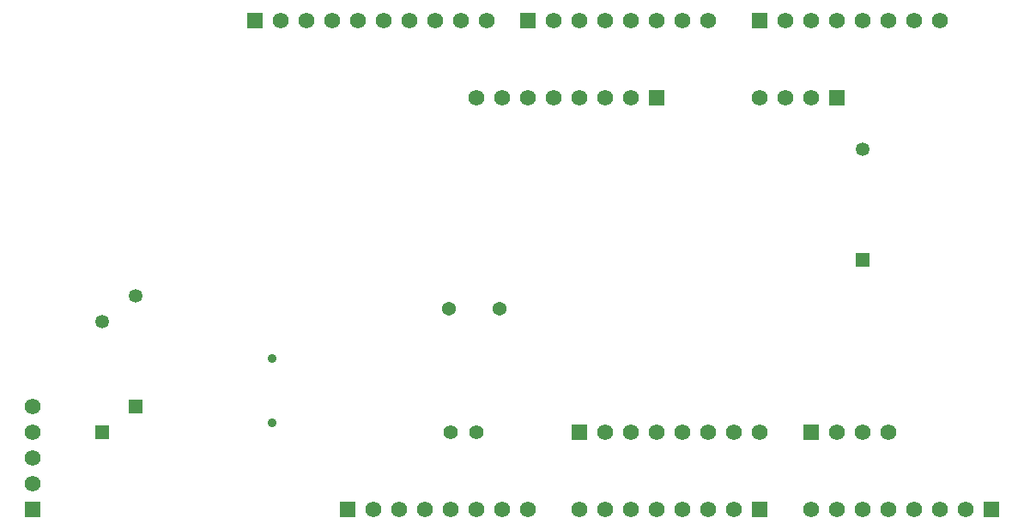
<source format=gbr>
%TF.GenerationSoftware,Altium Limited,Altium Designer,24.1.2 (44)*%
G04 Layer_Color=16711935*
%FSLAX45Y45*%
%MOMM*%
%TF.SameCoordinates,7D1D8A4D-2C7A-4F71-9711-01752012572A*%
%TF.FilePolarity,Negative*%
%TF.FileFunction,Soldermask,Bot*%
%TF.Part,Single*%
G01*
G75*
%TA.AperFunction,ComponentPad*%
%ADD11C,1.37160*%
%ADD15C,1.35000*%
%ADD16R,1.35000X1.35000*%
%ADD17C,1.39700*%
%ADD25C,1.57320*%
%ADD26R,1.57320X1.57320*%
%ADD27R,1.57320X1.57320*%
%TA.AperFunction,ViaPad*%
%ADD28C,0.91440*%
D11*
X4800600Y2235200D02*
D03*
X4300600D02*
D03*
D15*
X1206500Y2366100D02*
D03*
X876300Y2112100D02*
D03*
X8382000Y3813900D02*
D03*
D16*
X1206500Y1266100D02*
D03*
X876300Y1012100D02*
D03*
X8382000Y2713900D02*
D03*
D17*
X4318000Y1016000D02*
D03*
X4572000D02*
D03*
D25*
X190500Y1270000D02*
D03*
Y1016000D02*
D03*
Y762000D02*
D03*
Y508000D02*
D03*
X7874000Y254000D02*
D03*
X8128000D02*
D03*
X8382000D02*
D03*
X8636000D02*
D03*
X8890000D02*
D03*
X9144000D02*
D03*
X9398000D02*
D03*
X9144000Y5080000D02*
D03*
X8890000D02*
D03*
X8636000D02*
D03*
X8382000D02*
D03*
X8128000D02*
D03*
X7874000D02*
D03*
X7620000D02*
D03*
X5588000Y254000D02*
D03*
X5842000D02*
D03*
X6096000D02*
D03*
X6350000D02*
D03*
X6604000D02*
D03*
X6858000D02*
D03*
X7112000D02*
D03*
X7874000Y4318000D02*
D03*
X7620000D02*
D03*
X7366000D02*
D03*
X8128000Y1016000D02*
D03*
X8382000D02*
D03*
X8636000D02*
D03*
X7366000D02*
D03*
X7112000D02*
D03*
X6858000D02*
D03*
X6604000D02*
D03*
X6350000D02*
D03*
X6096000D02*
D03*
X5842000D02*
D03*
X4572000Y4318000D02*
D03*
X4826000D02*
D03*
X5080000D02*
D03*
X5334000D02*
D03*
X5588000D02*
D03*
X5842000D02*
D03*
X6096000D02*
D03*
X5080000Y254000D02*
D03*
X4826000D02*
D03*
X4572000D02*
D03*
X4318000D02*
D03*
X4064000D02*
D03*
X3810000D02*
D03*
X3556000D02*
D03*
X5334000Y5080000D02*
D03*
X5588000D02*
D03*
X5842000D02*
D03*
X6096000D02*
D03*
X6350000D02*
D03*
X6604000D02*
D03*
X6858000D02*
D03*
X4673600D02*
D03*
X4419600D02*
D03*
X4165600D02*
D03*
X3911600D02*
D03*
X3657600D02*
D03*
X3403600D02*
D03*
X3149600D02*
D03*
X2895600D02*
D03*
X2641600D02*
D03*
D26*
X190500Y254000D02*
D03*
D27*
X9652000D02*
D03*
X7366000Y5080000D02*
D03*
Y254000D02*
D03*
X8128000Y4318000D02*
D03*
X7874000Y1016000D02*
D03*
X5588000D02*
D03*
X6350000Y4318000D02*
D03*
X3302000Y254000D02*
D03*
X5080000Y5080000D02*
D03*
X2387600D02*
D03*
D28*
X2552700Y1739900D02*
D03*
Y1104900D02*
D03*
%TF.MD5,1a2386b641d432cccc498bc3a1b1c336*%
M02*

</source>
